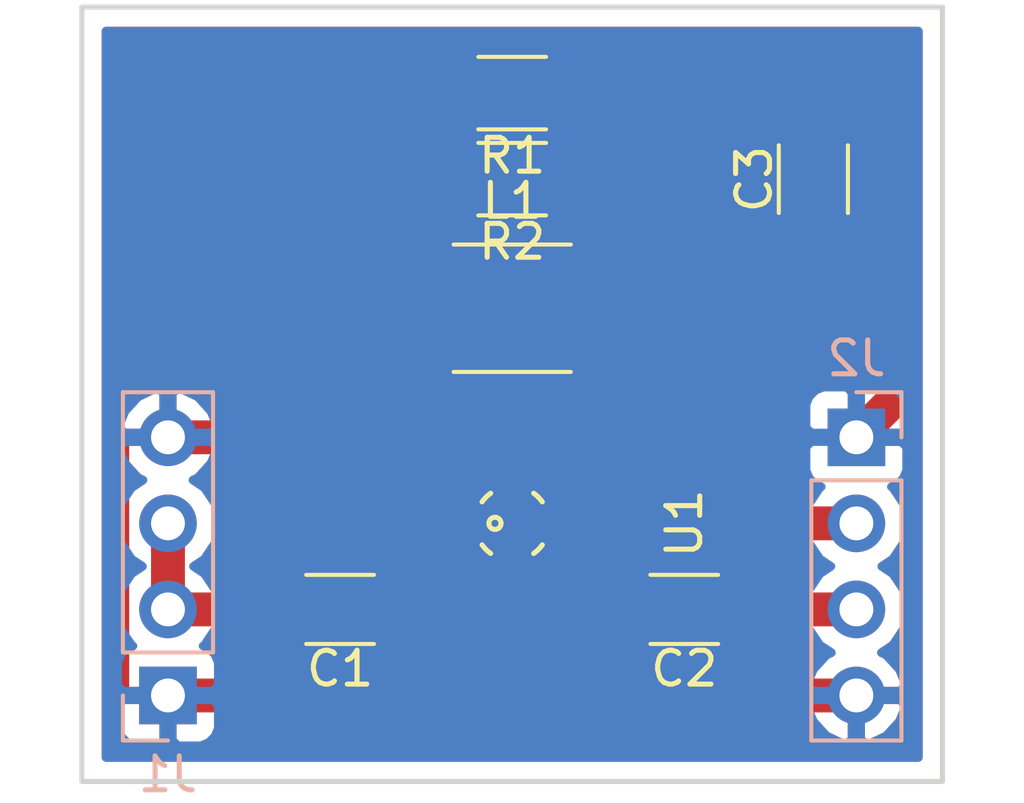
<source format=kicad_pcb>
(kicad_pcb (version 4) (host pcbnew 4.0.6)

  (general
    (links 17)
    (no_connects 2)
    (area 126.924999 91.364999 152.475001 114.375001)
    (thickness 1.6)
    (drawings 4)
    (tracks 39)
    (zones 0)
    (modules 9)
    (nets 8)
  )

  (page A4)
  (layers
    (0 F.Cu signal)
    (31 B.Cu signal)
    (32 B.Adhes user hide)
    (33 F.Adhes user hide)
    (34 B.Paste user hide)
    (35 F.Paste user hide)
    (36 B.SilkS user)
    (37 F.SilkS user)
    (38 B.Mask user hide)
    (39 F.Mask user hide)
    (40 Dwgs.User user hide)
    (41 Cmts.User user hide)
    (42 Eco1.User user hide)
    (43 Eco2.User user hide)
    (44 Edge.Cuts user)
    (45 Margin user hide)
    (46 B.CrtYd user)
    (47 F.CrtYd user)
    (48 B.Fab user)
    (49 F.Fab user)
  )

  (setup
    (last_trace_width 1)
    (trace_clearance 0.5)
    (zone_clearance 0.508)
    (zone_45_only yes)
    (trace_min 1)
    (segment_width 0.2)
    (edge_width 0.15)
    (via_size 0.8)
    (via_drill 0.75)
    (via_min_size 0.4)
    (via_min_drill 0.3)
    (uvia_size 0.3)
    (uvia_drill 0.1)
    (uvias_allowed no)
    (uvia_min_size 0.2)
    (uvia_min_drill 0.1)
    (pcb_text_width 0.3)
    (pcb_text_size 1.5 1.5)
    (mod_edge_width 0.15)
    (mod_text_size 1 1)
    (mod_text_width 0.15)
    (pad_size 1.524 1.524)
    (pad_drill 0.762)
    (pad_to_mask_clearance 0.2)
    (aux_axis_origin 0 0)
    (visible_elements FFFFFF7F)
    (pcbplotparams
      (layerselection 0x01030_80000001)
      (usegerberextensions false)
      (excludeedgelayer true)
      (linewidth 0.100000)
      (plotframeref true)
      (viasonmask false)
      (mode 1)
      (useauxorigin false)
      (hpglpennumber 1)
      (hpglpenspeed 20)
      (hpglpendiameter 15)
      (hpglpenoverlay 2)
      (psnegative false)
      (psa4output false)
      (plotreference true)
      (plotvalue true)
      (plotinvisibletext false)
      (padsonsilk false)
      (subtractmaskfromsilk false)
      (outputformat 4)
      (mirror true)
      (drillshape 0)
      (scaleselection 1)
      (outputdirectory /tmp))
  )

  (net 0 "")
  (net 1 "Net-(C1-Pad1)")
  (net 2 /RFin)
  (net 3 /RFout)
  (net 4 "Net-(C2-Pad2)")
  (net 5 VCC)
  (net 6 GND)
  (net 7 "Net-(L1-Pad1)")

  (net_class Default "This is the default net class."
    (clearance 0.5)
    (trace_width 1)
    (via_dia 0.8)
    (via_drill 0.75)
    (uvia_dia 0.3)
    (uvia_drill 0.1)
    (add_net /RFin)
    (add_net /RFout)
    (add_net GND)
    (add_net "Net-(C1-Pad1)")
    (add_net "Net-(C2-Pad2)")
    (add_net "Net-(L1-Pad1)")
    (add_net VCC)
  )

  (module Inductors_SMD:L_1812_HandSoldering (layer F.Cu) (tedit 58307D36) (tstamp 593568A4)
    (at 139.7 100.33)
    (descr "Resistor SMD 1812, hand soldering, Panasonic (see ERJ12)")
    (tags "resistor 1812")
    (path /5931B2E5)
    (attr smd)
    (fp_text reference L1 (at 0 -3.17) (layer F.SilkS)
      (effects (font (size 1 1) (thickness 0.15)))
    )
    (fp_text value 1.59µH (at 0 3.17) (layer F.Fab)
      (effects (font (size 1 1) (thickness 0.15)))
    )
    (fp_line (start -2.25 1.6) (end -2.25 -1.6) (layer F.Fab) (width 0.1))
    (fp_line (start 2.25 1.6) (end -2.25 1.6) (layer F.Fab) (width 0.1))
    (fp_line (start 2.25 -1.6) (end 2.25 1.6) (layer F.Fab) (width 0.1))
    (fp_line (start -2.25 -1.6) (end 2.25 -1.6) (layer F.Fab) (width 0.1))
    (fp_line (start -5.44 -2.24) (end 5.44 -2.24) (layer F.CrtYd) (width 0.05))
    (fp_line (start 5.44 -2.24) (end 5.44 2.24) (layer F.CrtYd) (width 0.05))
    (fp_line (start 5.44 2.24) (end -5.44 2.24) (layer F.CrtYd) (width 0.05))
    (fp_line (start -5.44 2.24) (end -5.44 -2.24) (layer F.CrtYd) (width 0.05))
    (fp_line (start -1.73 1.88) (end 1.73 1.88) (layer F.SilkS) (width 0.12))
    (fp_line (start -1.73 -1.88) (end 1.73 -1.88) (layer F.SilkS) (width 0.12))
    (pad 1 smd rect (at -3.4 0) (size 3.5 3.5) (layers F.Cu F.Paste F.Mask)
      (net 7 "Net-(L1-Pad1)"))
    (pad 2 smd rect (at 3.4 0) (size 3.5 3.5) (layers F.Cu F.Paste F.Mask)
      (net 4 "Net-(C2-Pad2)"))
    (model Resistors_SMD.3dshapes/R_1812.wrl
      (at (xyz 0 0 0))
      (scale (xyz 1 1 1))
      (rotate (xyz 0 0 0))
    )
    (model Capacitors_SMD.3dshapes/C_1812.wrl
      (at (xyz 0 0 0))
      (scale (xyz 1 1 1))
      (rotate (xyz 0 0 0))
    )
  )

  (module Pin_Headers:Pin_Header_Straight_1x04_Pitch2.54mm (layer B.Cu) (tedit 58CD4EC1) (tstamp 5935F883)
    (at 129.54 111.76)
    (descr "Through hole straight pin header, 1x04, 2.54mm pitch, single row")
    (tags "Through hole pin header THT 1x04 2.54mm single row")
    (path /5931B836)
    (fp_text reference J1 (at 0 2.33) (layer B.SilkS)
      (effects (font (size 1 1) (thickness 0.15)) (justify mirror))
    )
    (fp_text value CONN_01X04 (at 0 -9.95) (layer B.Fab)
      (effects (font (size 1 1) (thickness 0.15)) (justify mirror))
    )
    (fp_line (start -1.27 1.27) (end -1.27 -8.89) (layer B.Fab) (width 0.1))
    (fp_line (start -1.27 -8.89) (end 1.27 -8.89) (layer B.Fab) (width 0.1))
    (fp_line (start 1.27 -8.89) (end 1.27 1.27) (layer B.Fab) (width 0.1))
    (fp_line (start 1.27 1.27) (end -1.27 1.27) (layer B.Fab) (width 0.1))
    (fp_line (start -1.33 -1.27) (end -1.33 -8.95) (layer B.SilkS) (width 0.12))
    (fp_line (start -1.33 -8.95) (end 1.33 -8.95) (layer B.SilkS) (width 0.12))
    (fp_line (start 1.33 -8.95) (end 1.33 -1.27) (layer B.SilkS) (width 0.12))
    (fp_line (start 1.33 -1.27) (end -1.33 -1.27) (layer B.SilkS) (width 0.12))
    (fp_line (start -1.33 0) (end -1.33 1.33) (layer B.SilkS) (width 0.12))
    (fp_line (start -1.33 1.33) (end 0 1.33) (layer B.SilkS) (width 0.12))
    (fp_line (start -1.8 1.8) (end -1.8 -9.4) (layer B.CrtYd) (width 0.05))
    (fp_line (start -1.8 -9.4) (end 1.8 -9.4) (layer B.CrtYd) (width 0.05))
    (fp_line (start 1.8 -9.4) (end 1.8 1.8) (layer B.CrtYd) (width 0.05))
    (fp_line (start 1.8 1.8) (end -1.8 1.8) (layer B.CrtYd) (width 0.05))
    (fp_text user %R (at 0 2.33) (layer B.Fab)
      (effects (font (size 1 1) (thickness 0.15)) (justify mirror))
    )
    (pad 1 thru_hole rect (at 0 0) (size 1.7 1.7) (drill 1) (layers *.Cu *.Mask)
      (net 6 GND))
    (pad 2 thru_hole oval (at 0 -2.54) (size 1.7 1.7) (drill 1) (layers *.Cu *.Mask)
      (net 2 /RFin))
    (pad 3 thru_hole oval (at 0 -5.08) (size 1.7 1.7) (drill 1) (layers *.Cu *.Mask)
      (net 2 /RFin))
    (pad 4 thru_hole oval (at 0 -7.62) (size 1.7 1.7) (drill 1) (layers *.Cu *.Mask)
      (net 6 GND))
    (model ${KISYS3DMOD}/Pin_Headers.3dshapes/Pin_Header_Straight_1x04_Pitch2.54mm.wrl
      (at (xyz 0 -0.15 0))
      (scale (xyz 1 1 1))
      (rotate (xyz 0 0 90))
    )
  )

  (module Pin_Headers:Pin_Header_Straight_1x04_Pitch2.54mm (layer B.Cu) (tedit 58CD4EC1) (tstamp 5935F89A)
    (at 149.86 104.14 180)
    (descr "Through hole straight pin header, 1x04, 2.54mm pitch, single row")
    (tags "Through hole pin header THT 1x04 2.54mm single row")
    (path /5931B8CE)
    (fp_text reference J2 (at 0 2.33 180) (layer B.SilkS)
      (effects (font (size 1 1) (thickness 0.15)) (justify mirror))
    )
    (fp_text value CONN_01X04 (at 0 -9.95 180) (layer B.Fab)
      (effects (font (size 1 1) (thickness 0.15)) (justify mirror))
    )
    (fp_line (start -1.27 1.27) (end -1.27 -8.89) (layer B.Fab) (width 0.1))
    (fp_line (start -1.27 -8.89) (end 1.27 -8.89) (layer B.Fab) (width 0.1))
    (fp_line (start 1.27 -8.89) (end 1.27 1.27) (layer B.Fab) (width 0.1))
    (fp_line (start 1.27 1.27) (end -1.27 1.27) (layer B.Fab) (width 0.1))
    (fp_line (start -1.33 -1.27) (end -1.33 -8.95) (layer B.SilkS) (width 0.12))
    (fp_line (start -1.33 -8.95) (end 1.33 -8.95) (layer B.SilkS) (width 0.12))
    (fp_line (start 1.33 -8.95) (end 1.33 -1.27) (layer B.SilkS) (width 0.12))
    (fp_line (start 1.33 -1.27) (end -1.33 -1.27) (layer B.SilkS) (width 0.12))
    (fp_line (start -1.33 0) (end -1.33 1.33) (layer B.SilkS) (width 0.12))
    (fp_line (start -1.33 1.33) (end 0 1.33) (layer B.SilkS) (width 0.12))
    (fp_line (start -1.8 1.8) (end -1.8 -9.4) (layer B.CrtYd) (width 0.05))
    (fp_line (start -1.8 -9.4) (end 1.8 -9.4) (layer B.CrtYd) (width 0.05))
    (fp_line (start 1.8 -9.4) (end 1.8 1.8) (layer B.CrtYd) (width 0.05))
    (fp_line (start 1.8 1.8) (end -1.8 1.8) (layer B.CrtYd) (width 0.05))
    (fp_text user %R (at 0 2.33 180) (layer B.Fab)
      (effects (font (size 1 1) (thickness 0.15)) (justify mirror))
    )
    (pad 1 thru_hole rect (at 0 0 180) (size 1.7 1.7) (drill 1) (layers *.Cu *.Mask)
      (net 6 GND))
    (pad 2 thru_hole oval (at 0 -2.54 180) (size 1.7 1.7) (drill 1) (layers *.Cu *.Mask)
      (net 5 VCC))
    (pad 3 thru_hole oval (at 0 -5.08 180) (size 1.7 1.7) (drill 1) (layers *.Cu *.Mask)
      (net 3 /RFout))
    (pad 4 thru_hole oval (at 0 -7.62 180) (size 1.7 1.7) (drill 1) (layers *.Cu *.Mask)
      (net 6 GND))
    (model ${KISYS3DMOD}/Pin_Headers.3dshapes/Pin_Header_Straight_1x04_Pitch2.54mm.wrl
      (at (xyz 0 -0.15 0))
      (scale (xyz 1 1 1))
      (rotate (xyz 0 0 90))
    )
  )

  (module Capacitors_SMD:C_1206_HandSoldering (layer F.Cu) (tedit 58AA84D1) (tstamp 5936E4CC)
    (at 134.62 109.22 180)
    (descr "Capacitor SMD 1206, hand soldering")
    (tags "capacitor 1206")
    (path /5931B134)
    (attr smd)
    (fp_text reference C1 (at 0 -1.75 180) (layer F.SilkS)
      (effects (font (size 1 1) (thickness 0.15)))
    )
    (fp_text value 0.1µF (at 0 2 180) (layer F.Fab)
      (effects (font (size 1 1) (thickness 0.15)))
    )
    (fp_text user %R (at 0 -1.75 180) (layer F.Fab)
      (effects (font (size 1 1) (thickness 0.15)))
    )
    (fp_line (start -1.6 0.8) (end -1.6 -0.8) (layer F.Fab) (width 0.1))
    (fp_line (start 1.6 0.8) (end -1.6 0.8) (layer F.Fab) (width 0.1))
    (fp_line (start 1.6 -0.8) (end 1.6 0.8) (layer F.Fab) (width 0.1))
    (fp_line (start -1.6 -0.8) (end 1.6 -0.8) (layer F.Fab) (width 0.1))
    (fp_line (start 1 -1.02) (end -1 -1.02) (layer F.SilkS) (width 0.12))
    (fp_line (start -1 1.02) (end 1 1.02) (layer F.SilkS) (width 0.12))
    (fp_line (start -3.25 -1.05) (end 3.25 -1.05) (layer F.CrtYd) (width 0.05))
    (fp_line (start -3.25 -1.05) (end -3.25 1.05) (layer F.CrtYd) (width 0.05))
    (fp_line (start 3.25 1.05) (end 3.25 -1.05) (layer F.CrtYd) (width 0.05))
    (fp_line (start 3.25 1.05) (end -3.25 1.05) (layer F.CrtYd) (width 0.05))
    (pad 1 smd rect (at -2 0 180) (size 2 1.6) (layers F.Cu F.Paste F.Mask)
      (net 1 "Net-(C1-Pad1)"))
    (pad 2 smd rect (at 2 0 180) (size 2 1.6) (layers F.Cu F.Paste F.Mask)
      (net 2 /RFin))
    (model Capacitors_SMD.3dshapes/C_1206.wrl
      (at (xyz 0 0 0))
      (scale (xyz 1 1 1))
      (rotate (xyz 0 0 0))
    )
  )

  (module Capacitors_SMD:C_1206_HandSoldering (layer F.Cu) (tedit 58AA84D1) (tstamp 5936E4D2)
    (at 144.78 109.22 180)
    (descr "Capacitor SMD 1206, hand soldering")
    (tags "capacitor 1206")
    (path /5931B1E4)
    (attr smd)
    (fp_text reference C2 (at 0 -1.75 180) (layer F.SilkS)
      (effects (font (size 1 1) (thickness 0.15)))
    )
    (fp_text value 0.1µF (at 0 2 180) (layer F.Fab)
      (effects (font (size 1 1) (thickness 0.15)))
    )
    (fp_text user %R (at 0 -1.75 180) (layer F.Fab)
      (effects (font (size 1 1) (thickness 0.15)))
    )
    (fp_line (start -1.6 0.8) (end -1.6 -0.8) (layer F.Fab) (width 0.1))
    (fp_line (start 1.6 0.8) (end -1.6 0.8) (layer F.Fab) (width 0.1))
    (fp_line (start 1.6 -0.8) (end 1.6 0.8) (layer F.Fab) (width 0.1))
    (fp_line (start -1.6 -0.8) (end 1.6 -0.8) (layer F.Fab) (width 0.1))
    (fp_line (start 1 -1.02) (end -1 -1.02) (layer F.SilkS) (width 0.12))
    (fp_line (start -1 1.02) (end 1 1.02) (layer F.SilkS) (width 0.12))
    (fp_line (start -3.25 -1.05) (end 3.25 -1.05) (layer F.CrtYd) (width 0.05))
    (fp_line (start -3.25 -1.05) (end -3.25 1.05) (layer F.CrtYd) (width 0.05))
    (fp_line (start 3.25 1.05) (end 3.25 -1.05) (layer F.CrtYd) (width 0.05))
    (fp_line (start 3.25 1.05) (end -3.25 1.05) (layer F.CrtYd) (width 0.05))
    (pad 1 smd rect (at -2 0 180) (size 2 1.6) (layers F.Cu F.Paste F.Mask)
      (net 3 /RFout))
    (pad 2 smd rect (at 2 0 180) (size 2 1.6) (layers F.Cu F.Paste F.Mask)
      (net 4 "Net-(C2-Pad2)"))
    (model Capacitors_SMD.3dshapes/C_1206.wrl
      (at (xyz 0 0 0))
      (scale (xyz 1 1 1))
      (rotate (xyz 0 0 0))
    )
  )

  (module Capacitors_SMD:C_1206_HandSoldering (layer F.Cu) (tedit 58AA84D1) (tstamp 5936E4D8)
    (at 148.59 96.52 90)
    (descr "Capacitor SMD 1206, hand soldering")
    (tags "capacitor 1206")
    (path /5931B556)
    (attr smd)
    (fp_text reference C3 (at 0 -1.75 90) (layer F.SilkS)
      (effects (font (size 1 1) (thickness 0.15)))
    )
    (fp_text value 0.1µF (at 0 2 90) (layer F.Fab)
      (effects (font (size 1 1) (thickness 0.15)))
    )
    (fp_text user %R (at 0 -1.75 90) (layer F.Fab)
      (effects (font (size 1 1) (thickness 0.15)))
    )
    (fp_line (start -1.6 0.8) (end -1.6 -0.8) (layer F.Fab) (width 0.1))
    (fp_line (start 1.6 0.8) (end -1.6 0.8) (layer F.Fab) (width 0.1))
    (fp_line (start 1.6 -0.8) (end 1.6 0.8) (layer F.Fab) (width 0.1))
    (fp_line (start -1.6 -0.8) (end 1.6 -0.8) (layer F.Fab) (width 0.1))
    (fp_line (start 1 -1.02) (end -1 -1.02) (layer F.SilkS) (width 0.12))
    (fp_line (start -1 1.02) (end 1 1.02) (layer F.SilkS) (width 0.12))
    (fp_line (start -3.25 -1.05) (end 3.25 -1.05) (layer F.CrtYd) (width 0.05))
    (fp_line (start -3.25 -1.05) (end -3.25 1.05) (layer F.CrtYd) (width 0.05))
    (fp_line (start 3.25 1.05) (end 3.25 -1.05) (layer F.CrtYd) (width 0.05))
    (fp_line (start 3.25 1.05) (end -3.25 1.05) (layer F.CrtYd) (width 0.05))
    (pad 1 smd rect (at -2 0 90) (size 2 1.6) (layers F.Cu F.Paste F.Mask)
      (net 5 VCC))
    (pad 2 smd rect (at 2 0 90) (size 2 1.6) (layers F.Cu F.Paste F.Mask)
      (net 6 GND))
    (model Capacitors_SMD.3dshapes/C_1206.wrl
      (at (xyz 0 0 0))
      (scale (xyz 1 1 1))
      (rotate (xyz 0 0 0))
    )
  )

  (module Resistors_SMD:R_1206_HandSoldering (layer F.Cu) (tedit 58E0A804) (tstamp 5936E4DE)
    (at 139.7 93.98 180)
    (descr "Resistor SMD 1206, hand soldering")
    (tags "resistor 1206")
    (path /5931B444)
    (attr smd)
    (fp_text reference R1 (at 0 -1.85 180) (layer F.SilkS)
      (effects (font (size 1 1) (thickness 0.15)))
    )
    (fp_text value 220R (at 0 1.9 180) (layer F.Fab)
      (effects (font (size 1 1) (thickness 0.15)))
    )
    (fp_text user %R (at 0 0 180) (layer F.Fab)
      (effects (font (size 0.7 0.7) (thickness 0.105)))
    )
    (fp_line (start -1.6 0.8) (end -1.6 -0.8) (layer F.Fab) (width 0.1))
    (fp_line (start 1.6 0.8) (end -1.6 0.8) (layer F.Fab) (width 0.1))
    (fp_line (start 1.6 -0.8) (end 1.6 0.8) (layer F.Fab) (width 0.1))
    (fp_line (start -1.6 -0.8) (end 1.6 -0.8) (layer F.Fab) (width 0.1))
    (fp_line (start 1 1.07) (end -1 1.07) (layer F.SilkS) (width 0.12))
    (fp_line (start -1 -1.07) (end 1 -1.07) (layer F.SilkS) (width 0.12))
    (fp_line (start -3.25 -1.11) (end 3.25 -1.11) (layer F.CrtYd) (width 0.05))
    (fp_line (start -3.25 -1.11) (end -3.25 1.1) (layer F.CrtYd) (width 0.05))
    (fp_line (start 3.25 1.1) (end 3.25 -1.11) (layer F.CrtYd) (width 0.05))
    (fp_line (start 3.25 1.1) (end -3.25 1.1) (layer F.CrtYd) (width 0.05))
    (pad 1 smd rect (at -2 0 180) (size 2 1.7) (layers F.Cu F.Paste F.Mask)
      (net 5 VCC))
    (pad 2 smd rect (at 2 0 180) (size 2 1.7) (layers F.Cu F.Paste F.Mask)
      (net 7 "Net-(L1-Pad1)"))
    (model ${KISYS3DMOD}/Resistors_SMD.3dshapes/R_1206.wrl
      (at (xyz 0 0 0))
      (scale (xyz 1 1 1))
      (rotate (xyz 0 0 0))
    )
  )

  (module Resistors_SMD:R_1206_HandSoldering (layer F.Cu) (tedit 58E0A804) (tstamp 5936E4E4)
    (at 139.7 96.52 180)
    (descr "Resistor SMD 1206, hand soldering")
    (tags "resistor 1206")
    (path /5931B3DD)
    (attr smd)
    (fp_text reference R2 (at 0 -1.85 180) (layer F.SilkS)
      (effects (font (size 1 1) (thickness 0.15)))
    )
    (fp_text value 220R (at 0 1.9 180) (layer F.Fab)
      (effects (font (size 1 1) (thickness 0.15)))
    )
    (fp_text user %R (at 0 0 180) (layer F.Fab)
      (effects (font (size 0.7 0.7) (thickness 0.105)))
    )
    (fp_line (start -1.6 0.8) (end -1.6 -0.8) (layer F.Fab) (width 0.1))
    (fp_line (start 1.6 0.8) (end -1.6 0.8) (layer F.Fab) (width 0.1))
    (fp_line (start 1.6 -0.8) (end 1.6 0.8) (layer F.Fab) (width 0.1))
    (fp_line (start -1.6 -0.8) (end 1.6 -0.8) (layer F.Fab) (width 0.1))
    (fp_line (start 1 1.07) (end -1 1.07) (layer F.SilkS) (width 0.12))
    (fp_line (start -1 -1.07) (end 1 -1.07) (layer F.SilkS) (width 0.12))
    (fp_line (start -3.25 -1.11) (end 3.25 -1.11) (layer F.CrtYd) (width 0.05))
    (fp_line (start -3.25 -1.11) (end -3.25 1.1) (layer F.CrtYd) (width 0.05))
    (fp_line (start 3.25 1.1) (end 3.25 -1.11) (layer F.CrtYd) (width 0.05))
    (fp_line (start 3.25 1.1) (end -3.25 1.1) (layer F.CrtYd) (width 0.05))
    (pad 1 smd rect (at -2 0 180) (size 2 1.7) (layers F.Cu F.Paste F.Mask)
      (net 5 VCC))
    (pad 2 smd rect (at 2 0 180) (size 2 1.7) (layers F.Cu F.Paste F.Mask)
      (net 7 "Net-(L1-Pad1)"))
    (model ${KISYS3DMOD}/Resistors_SMD.3dshapes/R_1206.wrl
      (at (xyz 0 0 0))
      (scale (xyz 1 1 1))
      (rotate (xyz 0 0 0))
    )
  )

  (module MiniCircuits:VV105 (layer F.Cu) (tedit 59388CF4) (tstamp 5938084C)
    (at 139.7 106.68 270)
    (path /5931DAC3)
    (fp_text reference U1 (at 0 -5.08 270) (layer F.SilkS)
      (effects (font (size 1 1) (thickness 0.15)))
    )
    (fp_text value ERA-5+ (at 0 5.08 270) (layer F.Fab)
      (effects (font (size 1 1) (thickness 0.15)))
    )
    (fp_line (start -4.1656 -1.016) (end -1.016 -1.016) (layer F.CrtYd) (width 0.05))
    (fp_line (start -4.1656 1.016) (end -4.1656 -1.016) (layer F.CrtYd) (width 0.05))
    (fp_line (start -1.016 1.016) (end -4.1656 1.016) (layer F.CrtYd) (width 0.05))
    (fp_line (start -1.016 4.1656) (end -1.016 1.016) (layer F.CrtYd) (width 0.05))
    (fp_line (start 1.016 4.1656) (end -1.016 4.1656) (layer F.CrtYd) (width 0.05))
    (fp_line (start 1.016 1.016) (end 1.016 4.1656) (layer F.CrtYd) (width 0.05))
    (fp_line (start 4.1656 1.016) (end 1.016 1.016) (layer F.CrtYd) (width 0.05))
    (fp_line (start 4.1656 -1.016) (end 4.1656 1.016) (layer F.CrtYd) (width 0.05))
    (fp_line (start 1.016 -1.016) (end 4.1656 -1.016) (layer F.CrtYd) (width 0.05))
    (fp_line (start 1.016 -4.1656) (end 1.016 -1.016) (layer F.CrtYd) (width 0.05))
    (fp_line (start 1.016 -4.1656) (end -1.016 -4.1656) (layer F.CrtYd) (width 0.05))
    (fp_line (start -1.016 -4.1656) (end -1.016 -1.016) (layer F.CrtYd) (width 0.05))
    (fp_arc (start 0 0) (end -0.889 -0.635) (angle 18.92464442) (layer F.SilkS) (width 0.15))
    (fp_arc (start 0 0) (end -0.635 0.889) (angle 18.92471758) (layer F.SilkS) (width 0.15))
    (fp_arc (start 0 0) (end 0.889 0.635) (angle 18.92471758) (layer F.SilkS) (width 0.15))
    (fp_arc (start 0 0) (end 0.635 -0.889) (angle 18.92464442) (layer F.SilkS) (width 0.15))
    (fp_circle (center 0 0.508) (end 0.127 0.635) (layer F.SilkS) (width 0.15))
    (pad 1 smd rect (at 0 2.5146 270) (size 1.016 2.286) (layers F.Cu F.Paste F.Mask)
      (net 1 "Net-(C1-Pad1)"))
    (pad 2 smd rect (at 2.5146 0 270) (size 2.286 1.016) (layers F.Cu F.Paste F.Mask)
      (net 6 GND))
    (pad 3 smd rect (at 0 -2.5146 270) (size 1.016 2.286) (layers F.Cu F.Paste F.Mask)
      (net 4 "Net-(C2-Pad2)"))
    (pad 4 smd rect (at -2.5146 0 270) (size 2.286 1.016) (layers F.Cu F.Paste F.Mask)
      (net 6 GND))
    (model /home/h/projects/kicad-lib-minicircuits/modules/MiniCircuits.3dshapes/VV105.wrl
      (at (xyz 0 0 0))
      (scale (xyz 1 1 1))
      (rotate (xyz 0 0 0))
    )
    (model /home/h/projects/kicad-lib-minicircuits/modules/MiniCircuits.3dshapes/VV105.wrl
      (at (xyz 0 0 0))
      (scale (xyz 1 1 1))
      (rotate (xyz 0 0 0))
    )
  )

  (gr_line (start 152.4 91.44) (end 152.4 114.3) (angle 90) (layer Edge.Cuts) (width 0.15))
  (gr_line (start 127 91.44) (end 152.4 91.44) (angle 90) (layer Edge.Cuts) (width 0.15))
  (gr_line (start 127 114.3) (end 127 91.44) (angle 90) (layer Edge.Cuts) (width 0.15))
  (gr_line (start 152.4 114.3) (end 127 114.3) (angle 90) (layer Edge.Cuts) (width 0.15))

  (segment (start 136.62 109.22) (end 136.62 107.6899) (width 1) (layer F.Cu) (net 1))
  (segment (start 136.62 107.6899) (end 137.1854 106.68) (width 1) (layer F.Cu) (net 1) (tstamp 5936EBA4))
  (segment (start 129.54 109.22) (end 132.62 109.22) (width 1) (layer F.Cu) (net 2))
  (segment (start 129.54 109.22) (end 129.54 106.68) (width 1) (layer F.Cu) (net 2))
  (segment (start 132.62 108.49) (end 132.62 109.22) (width 0.4) (layer F.Cu) (net 2) (tstamp 5936EAED))
  (segment (start 132.62 108.49) (end 132.62 109.22) (width 0.25) (layer F.Cu) (net 2) (tstamp 5936EAA7))
  (segment (start 146.78 109.22) (end 149.86 109.22) (width 1) (layer F.Cu) (net 3))
  (segment (start 143.080414 106.670111) (end 141.995889 106.670111) (width 1) (layer F.Cu) (net 4))
  (segment (start 141.995889 106.670111) (end 141.986 106.68) (width 1) (layer F.Cu) (net 4) (tstamp 59388977))
  (segment (start 143.0401 107.95) (end 143.0401 108.4199) (width 1) (layer F.Cu) (net 4))
  (segment (start 143.1 105.82) (end 143.1 100.33) (width 1) (layer F.Cu) (net 4) (tstamp 5936EBF4))
  (segment (start 143.0401 108.4199) (end 143.080414 106.670111) (width 1) (layer F.Cu) (net 4) (tstamp 5936EBF2))
  (segment (start 143.080414 106.670111) (end 143.1 105.82) (width 1) (layer F.Cu) (net 4) (tstamp 59388975))
  (segment (start 143.0401 107.95) (end 143.0401 109.4801) (width 1) (layer F.Cu) (net 4))
  (segment (start 141.7 93.98) (end 141.7 96.52) (width 1) (layer F.Cu) (net 5))
  (segment (start 146.685 98.425) (end 148.495 98.425) (width 1) (layer F.Cu) (net 5))
  (segment (start 148.495 98.425) (end 148.59 98.52) (width 1) (layer F.Cu) (net 5) (tstamp 5936EBC7))
  (segment (start 149.86 106.68) (end 147.32 106.68) (width 1) (layer F.Cu) (net 5))
  (segment (start 146.05 95.25) (end 142.24 95.25) (width 1) (layer F.Cu) (net 5) (tstamp 5936EBBC))
  (segment (start 146.05 97.79) (end 146.05 95.25) (width 1) (layer F.Cu) (net 5) (tstamp 5936EBB6))
  (segment (start 147.32 99.06) (end 146.685 98.425) (width 1) (layer F.Cu) (net 5) (tstamp 5936EBB0))
  (segment (start 146.685 98.425) (end 146.05 97.79) (width 1) (layer F.Cu) (net 5) (tstamp 5936EBC5))
  (segment (start 147.32 106.68) (end 147.32 99.06) (width 1) (layer F.Cu) (net 5) (tstamp 5936EBAF))
  (segment (start 139.7 108.966) (end 139.7 111.76) (width 1) (layer F.Cu) (net 6))
  (segment (start 148.59 94.52) (end 150.4 94.52) (width 1) (layer F.Cu) (net 6))
  (segment (start 151.13 102.87) (end 149.86 104.14) (width 1) (layer F.Cu) (net 6) (tstamp 5936EC07))
  (segment (start 151.13 95.25) (end 151.13 102.87) (width 1) (layer F.Cu) (net 6) (tstamp 5936EC04))
  (segment (start 150.4 94.52) (end 151.13 95.25) (width 1) (layer F.Cu) (net 6) (tstamp 5936EC03))
  (segment (start 129.54 104.14) (end 139.2301 104.14) (width 1) (layer F.Cu) (net 6))
  (segment (start 139.2301 104.14) (end 139.7 104.6099) (width 1) (layer F.Cu) (net 6) (tstamp 5936EBFF))
  (segment (start 129.54 111.76) (end 139.7 111.76) (width 1) (layer F.Cu) (net 6))
  (segment (start 139.7 111.76) (end 149.86 111.76) (width 1) (layer F.Cu) (net 6) (tstamp 59388A71))
  (segment (start 129.54 111.76) (end 128.27 111.76) (width 0.25) (layer F.Cu) (net 6))
  (segment (start 128.27 104.14) (end 129.54 104.14) (width 0.25) (layer F.Cu) (net 6) (tstamp 59360596))
  (segment (start 128.27 111.76) (end 128.27 104.14) (width 0.25) (layer F.Cu) (net 6) (tstamp 59360594))
  (segment (start 130.0099 111.2901) (end 129.54 111.76) (width 0.25) (layer F.Cu) (net 6) (tstamp 59360585))
  (segment (start 134.62 101.6) (end 134.62 95.25) (width 1) (layer F.Cu) (net 7))
  (segment (start 134.62 95.25) (end 137.16 95.25) (width 1) (layer F.Cu) (net 7) (tstamp 5936EBE6))
  (segment (start 137.16 95.25) (end 137.7 96.52) (width 1) (layer F.Cu) (net 7))

  (zone (net 6) (net_name GND) (layer F.Cu) (tstamp 5936EC24) (hatch edge 0.508)
    (connect_pads (clearance 0.508))
    (min_thickness 0.254)
    (fill yes (arc_segments 16) (thermal_gap 0.508) (thermal_bridge_width 0.508))
    (polygon
      (pts
        (xy 152.4 91.44) (xy 152.4 114.3) (xy 127 114.3) (xy 127 91.44)
      )
    )
    (filled_polygon
      (pts
        (xy 151.69 113.59) (xy 127.71 113.59) (xy 127.71 112.04575) (xy 128.055 112.04575) (xy 128.055 112.73631)
        (xy 128.151673 112.969699) (xy 128.330302 113.148327) (xy 128.563691 113.245) (xy 129.25425 113.245) (xy 129.413 113.08625)
        (xy 129.413 111.887) (xy 129.667 111.887) (xy 129.667 113.08625) (xy 129.82575 113.245) (xy 130.516309 113.245)
        (xy 130.749698 113.148327) (xy 130.928327 112.969699) (xy 131.025 112.73631) (xy 131.025 112.11689) (xy 148.418524 112.11689)
        (xy 148.588355 112.526924) (xy 148.978642 112.955183) (xy 149.503108 113.201486) (xy 149.733 113.080819) (xy 149.733 111.887)
        (xy 149.987 111.887) (xy 149.987 113.080819) (xy 150.216892 113.201486) (xy 150.741358 112.955183) (xy 151.131645 112.526924)
        (xy 151.301476 112.11689) (xy 151.180155 111.887) (xy 149.987 111.887) (xy 149.733 111.887) (xy 148.539845 111.887)
        (xy 148.418524 112.11689) (xy 131.025 112.11689) (xy 131.025 112.04575) (xy 130.86625 111.887) (xy 129.667 111.887)
        (xy 129.413 111.887) (xy 128.21375 111.887) (xy 128.055 112.04575) (xy 127.71 112.04575) (xy 127.71 106.68)
        (xy 128.025907 106.68) (xy 128.138946 107.248285) (xy 128.405 107.646464) (xy 128.405 108.253536) (xy 128.138946 108.651715)
        (xy 128.025907 109.22) (xy 128.138946 109.788285) (xy 128.460853 110.270054) (xy 128.504777 110.299403) (xy 128.330302 110.371673)
        (xy 128.151673 110.550301) (xy 128.055 110.78369) (xy 128.055 111.47425) (xy 128.21375 111.633) (xy 129.413 111.633)
        (xy 129.413 111.613) (xy 129.667 111.613) (xy 129.667 111.633) (xy 130.86625 111.633) (xy 131.025 111.47425)
        (xy 131.025 110.78369) (xy 130.928327 110.550301) (xy 130.749698 110.371673) (xy 130.709446 110.355) (xy 131.080982 110.355)
        (xy 131.15591 110.471441) (xy 131.36811 110.616431) (xy 131.62 110.66744) (xy 133.62 110.66744) (xy 133.855317 110.623162)
        (xy 134.071441 110.48409) (xy 134.216431 110.27189) (xy 134.26744 110.02) (xy 134.26744 108.42) (xy 134.97256 108.42)
        (xy 134.97256 110.02) (xy 135.016838 110.255317) (xy 135.15591 110.471441) (xy 135.36811 110.616431) (xy 135.62 110.66744)
        (xy 137.62 110.66744) (xy 137.855317 110.623162) (xy 138.071441 110.48409) (xy 138.216431 110.27189) (xy 138.26744 110.02)
        (xy 138.26744 109.48035) (xy 138.557 109.48035) (xy 138.557 110.463909) (xy 138.653673 110.697298) (xy 138.832301 110.875927)
        (xy 139.06569 110.9726) (xy 139.41425 110.9726) (xy 139.573 110.81385) (xy 139.573 109.3216) (xy 139.827 109.3216)
        (xy 139.827 110.81385) (xy 139.98575 110.9726) (xy 140.33431 110.9726) (xy 140.567699 110.875927) (xy 140.746327 110.697298)
        (xy 140.843 110.463909) (xy 140.843 109.48035) (xy 140.68425 109.3216) (xy 139.827 109.3216) (xy 139.573 109.3216)
        (xy 138.71575 109.3216) (xy 138.557 109.48035) (xy 138.26744 109.48035) (xy 138.26744 108.42) (xy 138.223162 108.184683)
        (xy 138.08409 107.968559) (xy 137.889264 107.83544) (xy 138.3284 107.83544) (xy 138.563717 107.791162) (xy 138.630307 107.748313)
        (xy 138.557 107.925291) (xy 138.557 108.90885) (xy 138.71575 109.0676) (xy 139.573 109.0676) (xy 139.573 107.57535)
        (xy 139.41425 107.4166) (xy 139.06569 107.4166) (xy 138.891423 107.488784) (xy 138.924831 107.43989) (xy 138.97584 107.188)
        (xy 138.97584 106.172) (xy 138.931562 105.936683) (xy 138.888713 105.870094) (xy 139.06569 105.9434) (xy 139.41425 105.9434)
        (xy 139.573 105.78465) (xy 139.573 104.2924) (xy 139.827 104.2924) (xy 139.827 105.78465) (xy 139.98575 105.9434)
        (xy 140.33431 105.9434) (xy 140.508577 105.871216) (xy 140.475169 105.92011) (xy 140.42416 106.172) (xy 140.42416 107.188)
        (xy 140.468438 107.423317) (xy 140.511287 107.489906) (xy 140.33431 107.4166) (xy 139.98575 107.4166) (xy 139.827 107.57535)
        (xy 139.827 109.0676) (xy 140.68425 109.0676) (xy 140.843 108.90885) (xy 140.843 107.925291) (xy 140.770816 107.751023)
        (xy 140.81971 107.784431) (xy 141.0716 107.83544) (xy 141.515775 107.83544) (xy 141.328559 107.95591) (xy 141.183569 108.16811)
        (xy 141.13256 108.42) (xy 141.13256 110.02) (xy 141.176838 110.255317) (xy 141.31591 110.471441) (xy 141.52811 110.616431)
        (xy 141.78 110.66744) (xy 143.78 110.66744) (xy 144.015317 110.623162) (xy 144.231441 110.48409) (xy 144.376431 110.27189)
        (xy 144.42744 110.02) (xy 144.42744 108.42) (xy 144.383162 108.184683) (xy 144.24409 107.968559) (xy 144.186703 107.929348)
        (xy 144.215113 106.696254) (xy 144.234699 105.846142) (xy 144.232406 105.833043) (xy 144.235 105.82) (xy 144.235 102.72744)
        (xy 144.85 102.72744) (xy 145.085317 102.683162) (xy 145.301441 102.54409) (xy 145.446431 102.33189) (xy 145.49744 102.08)
        (xy 145.49744 98.842572) (xy 146.185 99.530132) (xy 146.185 106.68) (xy 146.271397 107.114346) (xy 146.517434 107.482566)
        (xy 146.885654 107.728603) (xy 147.10664 107.77256) (xy 145.78 107.77256) (xy 145.544683 107.816838) (xy 145.328559 107.95591)
        (xy 145.183569 108.16811) (xy 145.13256 108.42) (xy 145.13256 110.02) (xy 145.176838 110.255317) (xy 145.31591 110.471441)
        (xy 145.52811 110.616431) (xy 145.78 110.66744) (xy 147.78 110.66744) (xy 148.015317 110.623162) (xy 148.231441 110.48409)
        (xy 148.319644 110.355) (xy 148.907984 110.355) (xy 149.121553 110.497702) (xy 148.978642 110.564817) (xy 148.588355 110.993076)
        (xy 148.418524 111.40311) (xy 148.539845 111.633) (xy 149.733 111.633) (xy 149.733 111.613) (xy 149.987 111.613)
        (xy 149.987 111.633) (xy 151.180155 111.633) (xy 151.301476 111.40311) (xy 151.131645 110.993076) (xy 150.741358 110.564817)
        (xy 150.598447 110.497702) (xy 150.939147 110.270054) (xy 151.261054 109.788285) (xy 151.374093 109.22) (xy 151.261054 108.651715)
        (xy 150.939147 108.169946) (xy 150.609974 107.95) (xy 150.939147 107.730054) (xy 151.261054 107.248285) (xy 151.374093 106.68)
        (xy 151.261054 106.111715) (xy 150.939147 105.629946) (xy 150.895223 105.600597) (xy 151.069698 105.528327) (xy 151.248327 105.349699)
        (xy 151.345 105.11631) (xy 151.345 104.42575) (xy 151.18625 104.267) (xy 149.987 104.267) (xy 149.987 104.287)
        (xy 149.733 104.287) (xy 149.733 104.267) (xy 149.713 104.267) (xy 149.713 104.013) (xy 149.733 104.013)
        (xy 149.733 102.81375) (xy 149.987 102.81375) (xy 149.987 104.013) (xy 151.18625 104.013) (xy 151.345 103.85425)
        (xy 151.345 103.16369) (xy 151.248327 102.930301) (xy 151.069698 102.751673) (xy 150.836309 102.655) (xy 150.14575 102.655)
        (xy 149.987 102.81375) (xy 149.733 102.81375) (xy 149.57425 102.655) (xy 148.883691 102.655) (xy 148.650302 102.751673)
        (xy 148.471673 102.930301) (xy 148.455 102.970553) (xy 148.455 100.16744) (xy 149.39 100.16744) (xy 149.625317 100.123162)
        (xy 149.841441 99.98409) (xy 149.986431 99.77189) (xy 150.03744 99.52) (xy 150.03744 97.52) (xy 149.993162 97.284683)
        (xy 149.85409 97.068559) (xy 149.64189 96.923569) (xy 149.39 96.87256) (xy 147.79 96.87256) (xy 147.554683 96.916838)
        (xy 147.338559 97.05591) (xy 147.193569 97.26811) (xy 147.189136 97.29) (xy 147.185 97.29) (xy 147.185 95.718735)
        (xy 147.251673 95.879698) (xy 147.430301 96.058327) (xy 147.66369 96.155) (xy 148.30425 96.155) (xy 148.463 95.99625)
        (xy 148.463 94.647) (xy 148.717 94.647) (xy 148.717 95.99625) (xy 148.87575 96.155) (xy 149.51631 96.155)
        (xy 149.749699 96.058327) (xy 149.928327 95.879698) (xy 150.025 95.646309) (xy 150.025 94.80575) (xy 149.86625 94.647)
        (xy 148.717 94.647) (xy 148.463 94.647) (xy 147.31375 94.647) (xy 147.155 94.80575) (xy 147.155 95.09918)
        (xy 147.098603 94.815654) (xy 146.852566 94.447434) (xy 146.484346 94.201397) (xy 146.05 94.115) (xy 143.34744 94.115)
        (xy 143.34744 93.393691) (xy 147.155 93.393691) (xy 147.155 94.23425) (xy 147.31375 94.393) (xy 148.463 94.393)
        (xy 148.463 93.04375) (xy 148.717 93.04375) (xy 148.717 94.393) (xy 149.86625 94.393) (xy 150.025 94.23425)
        (xy 150.025 93.393691) (xy 149.928327 93.160302) (xy 149.749699 92.981673) (xy 149.51631 92.885) (xy 148.87575 92.885)
        (xy 148.717 93.04375) (xy 148.463 93.04375) (xy 148.30425 92.885) (xy 147.66369 92.885) (xy 147.430301 92.981673)
        (xy 147.251673 93.160302) (xy 147.155 93.393691) (xy 143.34744 93.393691) (xy 143.34744 93.13) (xy 143.303162 92.894683)
        (xy 143.16409 92.678559) (xy 142.95189 92.533569) (xy 142.7 92.48256) (xy 140.7 92.48256) (xy 140.464683 92.526838)
        (xy 140.248559 92.66591) (xy 140.103569 92.87811) (xy 140.05256 93.13) (xy 140.05256 94.83) (xy 140.096838 95.065317)
        (xy 140.217015 95.252077) (xy 140.103569 95.41811) (xy 140.05256 95.67) (xy 140.05256 97.37) (xy 140.096838 97.605317)
        (xy 140.23591 97.821441) (xy 140.44811 97.966431) (xy 140.7 98.01744) (xy 141.051586 98.01744) (xy 140.898559 98.11591)
        (xy 140.753569 98.32811) (xy 140.70256 98.58) (xy 140.70256 102.08) (xy 140.746838 102.315317) (xy 140.88591 102.531441)
        (xy 141.09811 102.676431) (xy 141.35 102.72744) (xy 141.965 102.72744) (xy 141.965 105.52456) (xy 141.0716 105.52456)
        (xy 140.836283 105.568838) (xy 140.769693 105.611687) (xy 140.843 105.434709) (xy 140.843 104.45115) (xy 140.68425 104.2924)
        (xy 139.827 104.2924) (xy 139.573 104.2924) (xy 138.71575 104.2924) (xy 138.557 104.45115) (xy 138.557 105.434709)
        (xy 138.629184 105.608977) (xy 138.58029 105.575569) (xy 138.3284 105.52456) (xy 136.0424 105.52456) (xy 135.807083 105.568838)
        (xy 135.590959 105.70791) (xy 135.445969 105.92011) (xy 135.39496 106.172) (xy 135.39496 107.188) (xy 135.439238 107.423317)
        (xy 135.503644 107.523406) (xy 135.49285 107.556641) (xy 135.498145 107.623814) (xy 135.485 107.6899) (xy 135.485 107.797962)
        (xy 135.384683 107.816838) (xy 135.168559 107.95591) (xy 135.023569 108.16811) (xy 134.97256 108.42) (xy 134.26744 108.42)
        (xy 134.223162 108.184683) (xy 134.08409 107.968559) (xy 133.87189 107.823569) (xy 133.62 107.77256) (xy 133.020356 107.77256)
        (xy 132.939541 107.718561) (xy 132.62 107.655) (xy 132.300459 107.718561) (xy 132.219644 107.77256) (xy 131.62 107.77256)
        (xy 131.384683 107.816838) (xy 131.168559 107.95591) (xy 131.080356 108.085) (xy 130.675 108.085) (xy 130.675 107.646464)
        (xy 130.941054 107.248285) (xy 131.054093 106.68) (xy 130.941054 106.111715) (xy 130.619147 105.629946) (xy 130.278447 105.402298)
        (xy 130.421358 105.335183) (xy 130.811645 104.906924) (xy 130.981476 104.49689) (xy 130.860155 104.267) (xy 129.667 104.267)
        (xy 129.667 104.287) (xy 129.413 104.287) (xy 129.413 104.267) (xy 128.219845 104.267) (xy 128.098524 104.49689)
        (xy 128.268355 104.906924) (xy 128.658642 105.335183) (xy 128.801553 105.402298) (xy 128.460853 105.629946) (xy 128.138946 106.111715)
        (xy 128.025907 106.68) (xy 127.71 106.68) (xy 127.71 103.78311) (xy 128.098524 103.78311) (xy 128.219845 104.013)
        (xy 129.413 104.013) (xy 129.413 102.819181) (xy 129.667 102.819181) (xy 129.667 104.013) (xy 130.860155 104.013)
        (xy 130.981476 103.78311) (xy 130.811645 103.373076) (xy 130.421358 102.944817) (xy 130.317604 102.896091) (xy 138.557 102.896091)
        (xy 138.557 103.87965) (xy 138.71575 104.0384) (xy 139.573 104.0384) (xy 139.573 102.54615) (xy 139.827 102.54615)
        (xy 139.827 104.0384) (xy 140.68425 104.0384) (xy 140.843 103.87965) (xy 140.843 102.896091) (xy 140.746327 102.662702)
        (xy 140.567699 102.484073) (xy 140.33431 102.3874) (xy 139.98575 102.3874) (xy 139.827 102.54615) (xy 139.573 102.54615)
        (xy 139.41425 102.3874) (xy 139.06569 102.3874) (xy 138.832301 102.484073) (xy 138.653673 102.662702) (xy 138.557 102.896091)
        (xy 130.317604 102.896091) (xy 129.896892 102.698514) (xy 129.667 102.819181) (xy 129.413 102.819181) (xy 129.183108 102.698514)
        (xy 128.658642 102.944817) (xy 128.268355 103.373076) (xy 128.098524 103.78311) (xy 127.71 103.78311) (xy 127.71 95.25)
        (xy 133.485 95.25) (xy 133.485 101.6) (xy 133.571397 102.034346) (xy 133.817434 102.402566) (xy 134.185654 102.648603)
        (xy 134.286839 102.66873) (xy 134.29811 102.676431) (xy 134.55 102.72744) (xy 134.581993 102.72744) (xy 134.62 102.735)
        (xy 134.658007 102.72744) (xy 138.05 102.72744) (xy 138.285317 102.683162) (xy 138.501441 102.54409) (xy 138.646431 102.33189)
        (xy 138.69744 102.08) (xy 138.69744 98.58) (xy 138.653162 98.344683) (xy 138.51409 98.128559) (xy 138.351462 98.01744)
        (xy 138.7 98.01744) (xy 138.935317 97.973162) (xy 139.151441 97.83409) (xy 139.296431 97.62189) (xy 139.34744 97.37)
        (xy 139.34744 95.67) (xy 139.303162 95.434683) (xy 139.182985 95.247923) (xy 139.296431 95.08189) (xy 139.34744 94.83)
        (xy 139.34744 93.13) (xy 139.303162 92.894683) (xy 139.16409 92.678559) (xy 138.95189 92.533569) (xy 138.7 92.48256)
        (xy 136.7 92.48256) (xy 136.464683 92.526838) (xy 136.248559 92.66591) (xy 136.103569 92.87811) (xy 136.05256 93.13)
        (xy 136.05256 94.115) (xy 134.62 94.115) (xy 134.185654 94.201397) (xy 133.817434 94.447434) (xy 133.571397 94.815654)
        (xy 133.485 95.25) (xy 127.71 95.25) (xy 127.71 92.15) (xy 151.69 92.15)
      )
    )
  )
  (zone (net 6) (net_name GND) (layer B.Cu) (tstamp 5936EC4D) (hatch edge 0.508)
    (connect_pads (clearance 0.508))
    (min_thickness 0.254)
    (fill yes (arc_segments 16) (thermal_gap 0.508) (thermal_bridge_width 0.508))
    (polygon
      (pts
        (xy 152.4 91.44) (xy 152.4 114.3) (xy 127 114.3) (xy 127 91.44)
      )
    )
    (filled_polygon
      (pts
        (xy 151.69 113.59) (xy 127.71 113.59) (xy 127.71 112.04575) (xy 128.055 112.04575) (xy 128.055 112.73631)
        (xy 128.151673 112.969699) (xy 128.330302 113.148327) (xy 128.563691 113.245) (xy 129.25425 113.245) (xy 129.413 113.08625)
        (xy 129.413 111.887) (xy 129.667 111.887) (xy 129.667 113.08625) (xy 129.82575 113.245) (xy 130.516309 113.245)
        (xy 130.749698 113.148327) (xy 130.928327 112.969699) (xy 131.025 112.73631) (xy 131.025 112.11689) (xy 148.418524 112.11689)
        (xy 148.588355 112.526924) (xy 148.978642 112.955183) (xy 149.503108 113.201486) (xy 149.733 113.080819) (xy 149.733 111.887)
        (xy 149.987 111.887) (xy 149.987 113.080819) (xy 150.216892 113.201486) (xy 150.741358 112.955183) (xy 151.131645 112.526924)
        (xy 151.301476 112.11689) (xy 151.180155 111.887) (xy 149.987 111.887) (xy 149.733 111.887) (xy 148.539845 111.887)
        (xy 148.418524 112.11689) (xy 131.025 112.11689) (xy 131.025 112.04575) (xy 130.86625 111.887) (xy 129.667 111.887)
        (xy 129.413 111.887) (xy 128.21375 111.887) (xy 128.055 112.04575) (xy 127.71 112.04575) (xy 127.71 106.68)
        (xy 128.025907 106.68) (xy 128.138946 107.248285) (xy 128.460853 107.730054) (xy 128.790026 107.95) (xy 128.460853 108.169946)
        (xy 128.138946 108.651715) (xy 128.025907 109.22) (xy 128.138946 109.788285) (xy 128.460853 110.270054) (xy 128.504777 110.299403)
        (xy 128.330302 110.371673) (xy 128.151673 110.550301) (xy 128.055 110.78369) (xy 128.055 111.47425) (xy 128.21375 111.633)
        (xy 129.413 111.633) (xy 129.413 111.613) (xy 129.667 111.613) (xy 129.667 111.633) (xy 130.86625 111.633)
        (xy 131.025 111.47425) (xy 131.025 110.78369) (xy 130.928327 110.550301) (xy 130.749698 110.371673) (xy 130.575223 110.299403)
        (xy 130.619147 110.270054) (xy 130.941054 109.788285) (xy 131.054093 109.22) (xy 130.941054 108.651715) (xy 130.619147 108.169946)
        (xy 130.289974 107.95) (xy 130.619147 107.730054) (xy 130.941054 107.248285) (xy 131.054093 106.68) (xy 148.345907 106.68)
        (xy 148.458946 107.248285) (xy 148.780853 107.730054) (xy 149.110026 107.95) (xy 148.780853 108.169946) (xy 148.458946 108.651715)
        (xy 148.345907 109.22) (xy 148.458946 109.788285) (xy 148.780853 110.270054) (xy 149.121553 110.497702) (xy 148.978642 110.564817)
        (xy 148.588355 110.993076) (xy 148.418524 111.40311) (xy 148.539845 111.633) (xy 149.733 111.633) (xy 149.733 111.613)
        (xy 149.987 111.613) (xy 149.987 111.633) (xy 151.180155 111.633) (xy 151.301476 111.40311) (xy 151.131645 110.993076)
        (xy 150.741358 110.564817) (xy 150.598447 110.497702) (xy 150.939147 110.270054) (xy 151.261054 109.788285) (xy 151.374093 109.22)
        (xy 151.261054 108.651715) (xy 150.939147 108.169946) (xy 150.609974 107.95) (xy 150.939147 107.730054) (xy 151.261054 107.248285)
        (xy 151.374093 106.68) (xy 151.261054 106.111715) (xy 150.939147 105.629946) (xy 150.895223 105.600597) (xy 151.069698 105.528327)
        (xy 151.248327 105.349699) (xy 151.345 105.11631) (xy 151.345 104.42575) (xy 151.18625 104.267) (xy 149.987 104.267)
        (xy 149.987 104.287) (xy 149.733 104.287) (xy 149.733 104.267) (xy 148.53375 104.267) (xy 148.375 104.42575)
        (xy 148.375 105.11631) (xy 148.471673 105.349699) (xy 148.650302 105.528327) (xy 148.824777 105.600597) (xy 148.780853 105.629946)
        (xy 148.458946 106.111715) (xy 148.345907 106.68) (xy 131.054093 106.68) (xy 130.941054 106.111715) (xy 130.619147 105.629946)
        (xy 130.278447 105.402298) (xy 130.421358 105.335183) (xy 130.811645 104.906924) (xy 130.981476 104.49689) (xy 130.860155 104.267)
        (xy 129.667 104.267) (xy 129.667 104.287) (xy 129.413 104.287) (xy 129.413 104.267) (xy 128.219845 104.267)
        (xy 128.098524 104.49689) (xy 128.268355 104.906924) (xy 128.658642 105.335183) (xy 128.801553 105.402298) (xy 128.460853 105.629946)
        (xy 128.138946 106.111715) (xy 128.025907 106.68) (xy 127.71 106.68) (xy 127.71 103.78311) (xy 128.098524 103.78311)
        (xy 128.219845 104.013) (xy 129.413 104.013) (xy 129.413 102.819181) (xy 129.667 102.819181) (xy 129.667 104.013)
        (xy 130.860155 104.013) (xy 130.981476 103.78311) (xy 130.811645 103.373076) (xy 130.620825 103.16369) (xy 148.375 103.16369)
        (xy 148.375 103.85425) (xy 148.53375 104.013) (xy 149.733 104.013) (xy 149.733 102.81375) (xy 149.987 102.81375)
        (xy 149.987 104.013) (xy 151.18625 104.013) (xy 151.345 103.85425) (xy 151.345 103.16369) (xy 151.248327 102.930301)
        (xy 151.069698 102.751673) (xy 150.836309 102.655) (xy 150.14575 102.655) (xy 149.987 102.81375) (xy 149.733 102.81375)
        (xy 149.57425 102.655) (xy 148.883691 102.655) (xy 148.650302 102.751673) (xy 148.471673 102.930301) (xy 148.375 103.16369)
        (xy 130.620825 103.16369) (xy 130.421358 102.944817) (xy 129.896892 102.698514) (xy 129.667 102.819181) (xy 129.413 102.819181)
        (xy 129.183108 102.698514) (xy 128.658642 102.944817) (xy 128.268355 103.373076) (xy 128.098524 103.78311) (xy 127.71 103.78311)
        (xy 127.71 92.15) (xy 151.69 92.15)
      )
    )
  )
)

</source>
